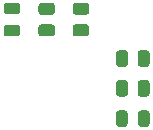
<source format=gtp>
%TF.GenerationSoftware,KiCad,Pcbnew,(5.1.8)-1*%
%TF.CreationDate,2020-12-07T12:25:25-05:00*%
%TF.ProjectId,Raspberry Pi HAT,52617370-6265-4727-9279-205069204841,1.0*%
%TF.SameCoordinates,Original*%
%TF.FileFunction,Paste,Top*%
%TF.FilePolarity,Positive*%
%FSLAX46Y46*%
G04 Gerber Fmt 4.6, Leading zero omitted, Abs format (unit mm)*
G04 Created by KiCad (PCBNEW (5.1.8)-1) date 2020-12-07 12:25:25*
%MOMM*%
%LPD*%
G01*
G04 APERTURE LIST*
G04 APERTURE END LIST*
%TO.C,D1*%
G36*
G01*
X121843500Y-109676250D02*
X121843500Y-108763750D01*
G75*
G02*
X122087250Y-108520000I243750J0D01*
G01*
X122574750Y-108520000D01*
G75*
G02*
X122818500Y-108763750I0J-243750D01*
G01*
X122818500Y-109676250D01*
G75*
G02*
X122574750Y-109920000I-243750J0D01*
G01*
X122087250Y-109920000D01*
G75*
G02*
X121843500Y-109676250I0J243750D01*
G01*
G37*
G36*
G01*
X123718500Y-109676250D02*
X123718500Y-108763750D01*
G75*
G02*
X123962250Y-108520000I243750J0D01*
G01*
X124449750Y-108520000D01*
G75*
G02*
X124693500Y-108763750I0J-243750D01*
G01*
X124693500Y-109676250D01*
G75*
G02*
X124449750Y-109920000I-243750J0D01*
G01*
X123962250Y-109920000D01*
G75*
G02*
X123718500Y-109676250I0J243750D01*
G01*
G37*
%TD*%
%TO.C,D2*%
G36*
G01*
X113486250Y-100388000D02*
X112573750Y-100388000D01*
G75*
G02*
X112330000Y-100144250I0J243750D01*
G01*
X112330000Y-99656750D01*
G75*
G02*
X112573750Y-99413000I243750J0D01*
G01*
X113486250Y-99413000D01*
G75*
G02*
X113730000Y-99656750I0J-243750D01*
G01*
X113730000Y-100144250D01*
G75*
G02*
X113486250Y-100388000I-243750J0D01*
G01*
G37*
G36*
G01*
X113486250Y-102263000D02*
X112573750Y-102263000D01*
G75*
G02*
X112330000Y-102019250I0J243750D01*
G01*
X112330000Y-101531750D01*
G75*
G02*
X112573750Y-101288000I243750J0D01*
G01*
X113486250Y-101288000D01*
G75*
G02*
X113730000Y-101531750I0J-243750D01*
G01*
X113730000Y-102019250D01*
G75*
G02*
X113486250Y-102263000I-243750J0D01*
G01*
G37*
%TD*%
%TO.C,R1*%
G36*
G01*
X121843500Y-104590001D02*
X121843500Y-103689999D01*
G75*
G02*
X122093499Y-103440000I249999J0D01*
G01*
X122618501Y-103440000D01*
G75*
G02*
X122868500Y-103689999I0J-249999D01*
G01*
X122868500Y-104590001D01*
G75*
G02*
X122618501Y-104840000I-249999J0D01*
G01*
X122093499Y-104840000D01*
G75*
G02*
X121843500Y-104590001I0J249999D01*
G01*
G37*
G36*
G01*
X123668500Y-104590001D02*
X123668500Y-103689999D01*
G75*
G02*
X123918499Y-103440000I249999J0D01*
G01*
X124443501Y-103440000D01*
G75*
G02*
X124693500Y-103689999I0J-249999D01*
G01*
X124693500Y-104590001D01*
G75*
G02*
X124443501Y-104840000I-249999J0D01*
G01*
X123918499Y-104840000D01*
G75*
G02*
X123668500Y-104590001I0J249999D01*
G01*
G37*
%TD*%
%TO.C,R2*%
G36*
G01*
X119322001Y-102263000D02*
X118421999Y-102263000D01*
G75*
G02*
X118172000Y-102013001I0J249999D01*
G01*
X118172000Y-101487999D01*
G75*
G02*
X118421999Y-101238000I249999J0D01*
G01*
X119322001Y-101238000D01*
G75*
G02*
X119572000Y-101487999I0J-249999D01*
G01*
X119572000Y-102013001D01*
G75*
G02*
X119322001Y-102263000I-249999J0D01*
G01*
G37*
G36*
G01*
X119322001Y-100438000D02*
X118421999Y-100438000D01*
G75*
G02*
X118172000Y-100188001I0J249999D01*
G01*
X118172000Y-99662999D01*
G75*
G02*
X118421999Y-99413000I249999J0D01*
G01*
X119322001Y-99413000D01*
G75*
G02*
X119572000Y-99662999I0J-249999D01*
G01*
X119572000Y-100188001D01*
G75*
G02*
X119322001Y-100438000I-249999J0D01*
G01*
G37*
%TD*%
%TO.C,R3*%
G36*
G01*
X123668500Y-107107501D02*
X123668500Y-106207499D01*
G75*
G02*
X123918499Y-105957500I249999J0D01*
G01*
X124443501Y-105957500D01*
G75*
G02*
X124693500Y-106207499I0J-249999D01*
G01*
X124693500Y-107107501D01*
G75*
G02*
X124443501Y-107357500I-249999J0D01*
G01*
X123918499Y-107357500D01*
G75*
G02*
X123668500Y-107107501I0J249999D01*
G01*
G37*
G36*
G01*
X121843500Y-107107501D02*
X121843500Y-106207499D01*
G75*
G02*
X122093499Y-105957500I249999J0D01*
G01*
X122618501Y-105957500D01*
G75*
G02*
X122868500Y-106207499I0J-249999D01*
G01*
X122868500Y-107107501D01*
G75*
G02*
X122618501Y-107357500I-249999J0D01*
G01*
X122093499Y-107357500D01*
G75*
G02*
X121843500Y-107107501I0J249999D01*
G01*
G37*
%TD*%
%TO.C,R4*%
G36*
G01*
X116423501Y-100438000D02*
X115523499Y-100438000D01*
G75*
G02*
X115273500Y-100188001I0J249999D01*
G01*
X115273500Y-99662999D01*
G75*
G02*
X115523499Y-99413000I249999J0D01*
G01*
X116423501Y-99413000D01*
G75*
G02*
X116673500Y-99662999I0J-249999D01*
G01*
X116673500Y-100188001D01*
G75*
G02*
X116423501Y-100438000I-249999J0D01*
G01*
G37*
G36*
G01*
X116423501Y-102263000D02*
X115523499Y-102263000D01*
G75*
G02*
X115273500Y-102013001I0J249999D01*
G01*
X115273500Y-101487999D01*
G75*
G02*
X115523499Y-101238000I249999J0D01*
G01*
X116423501Y-101238000D01*
G75*
G02*
X116673500Y-101487999I0J-249999D01*
G01*
X116673500Y-102013001D01*
G75*
G02*
X116423501Y-102263000I-249999J0D01*
G01*
G37*
%TD*%
M02*

</source>
